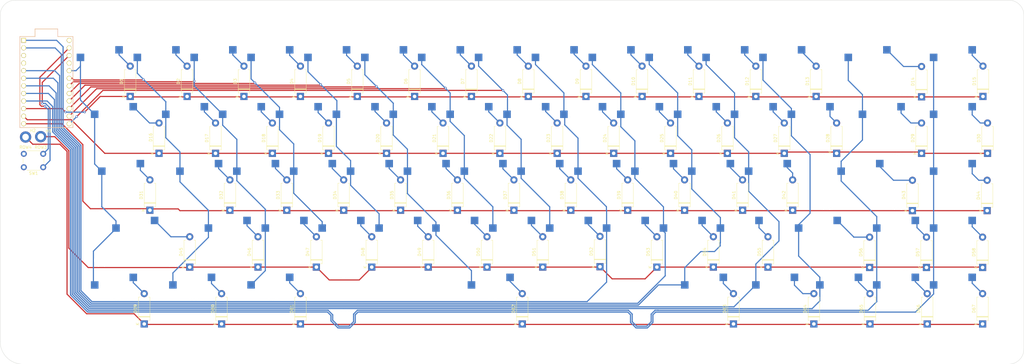
<source format=kicad_pcb>
(kicad_pcb (version 20211014) (generator pcbnew)
  (layers (0 "F.Cu" signal) (31 "B.Cu" signal) (34 "B.Paste" user) (35 "F.Paste" user) (36 "B.SilkS" user "B.Silkscreen") (37 "F.SilkS" user "F.Silkscreen") (38 "B.Mask" user) (39 "F.Mask" user) (44 "Edge.Cuts" user))
  (net 0 "")
  (net 1 "ROW0")
  (net 2 "Net-(D1-Pad2)")
  (net 3 "Net-(D2-Pad2)")
  (net 4 "Net-(D3-Pad2)")
  (net 5 "Net-(D4-Pad2)")
  (net 6 "Net-(D5-Pad2)")
  (net 7 "Net-(D6-Pad2)")
  (net 8 "Net-(D7-Pad2)")
  (net 9 "Net-(D8-Pad2)")
  (net 10 "Net-(D9-Pad2)")
  (net 11 "Net-(D10-Pad2)")
  (net 12 "Net-(D11-Pad2)")
  (net 13 "Net-(D12-Pad2)")
  (net 14 "Net-(D13-Pad2)")
  (net 15 "Net-(D14-Pad2)")
  (net 16 "Net-(D15-Pad2)")
  (net 17 "ROW1")
  (net 18 "Net-(D16-Pad2)")
  (net 19 "Net-(D17-Pad2)")
  (net 20 "Net-(D18-Pad2)")
  (net 21 "Net-(D19-Pad2)")
  (net 22 "Net-(D20-Pad2)")
  (net 23 "Net-(D21-Pad2)")
  (net 24 "Net-(D22-Pad2)")
  (net 25 "Net-(D23-Pad2)")
  (net 26 "Net-(D24-Pad2)")
  (net 27 "Net-(D25-Pad2)")
  (net 28 "Net-(D26-Pad2)")
  (net 29 "Net-(D27-Pad2)")
  (net 30 "Net-(D28-Pad2)")
  (net 31 "Net-(D29-Pad2)")
  (net 32 "Net-(D30-Pad2)")
  (net 33 "ROW2")
  (net 34 "Net-(D31-Pad2)")
  (net 35 "Net-(D32-Pad2)")
  (net 36 "Net-(D33-Pad2)")
  (net 37 "Net-(D34-Pad2)")
  (net 38 "Net-(D35-Pad2)")
  (net 39 "Net-(D36-Pad2)")
  (net 40 "Net-(D37-Pad2)")
  (net 41 "Net-(D38-Pad2)")
  (net 42 "Net-(D39-Pad2)")
  (net 43 "Net-(D40-Pad2)")
  (net 44 "Net-(D41-Pad2)")
  (net 45 "Net-(D42-Pad2)")
  (net 46 "Net-(D43-Pad2)")
  (net 47 "Net-(D44-Pad2)")
  (net 48 "ROW3")
  (net 49 "Net-(D45-Pad2)")
  (net 50 "Net-(D46-Pad2)")
  (net 51 "Net-(D47-Pad2)")
  (net 52 "Net-(D48-Pad2)")
  (net 53 "Net-(D49-Pad2)")
  (net 54 "Net-(D50-Pad2)")
  (net 55 "Net-(D51-Pad2)")
  (net 56 "Net-(D52-Pad2)")
  (net 57 "Net-(D53-Pad2)")
  (net 58 "Net-(D54-Pad2)")
  (net 59 "Net-(D55-Pad2)")
  (net 60 "Net-(D56-Pad2)")
  (net 61 "Net-(D57-Pad2)")
  (net 62 "Net-(D58-Pad2)")
  (net 63 "ROW4")
  (net 64 "Net-(D59-Pad2)")
  (net 65 "Net-(D60-Pad2)")
  (net 66 "Net-(D61-Pad2)")
  (net 67 "Net-(D62-Pad2)")
  (net 68 "Net-(D63-Pad2)")
  (net 69 "Net-(D64-Pad2)")
  (net 70 "Net-(D65-Pad2)")
  (net 71 "Net-(D66-Pad2)")
  (net 72 "Net-(D67-Pad2)")
  (net 74 "COL0")
  (net 75 "COL1")
  (net 76 "COL2")
  (net 77 "COL3")
  (net 78 "COL4")
  (net 79 "COL5")
  (net 80 "COL6")
  (net 81 "COL7")
  (net 82 "COL8")
  (net 83 "COL9")
  (net 84 "COL10")
  (net 85 "COL11")
  (net 86 "COL12")
  (net 87 "COL13")
  (net 88 "COL14")
  (net 92 "Net-(SW1-Pad1)")
  (net 93 "Net-(SW1-Pad2)")
  (footprint "Diode_THT:D_DO-15_P10.16mm_Horizontal" (layer "F.Cu") (at 124.841 131.318 90)
    (fp_text reference "D3")
    (fp_text value "D_Small")
  )
  (footprint "Diode_THT:D_DO-15_P10.16mm_Horizontal" (layer "F.Cu") (at 372.237 207.518 90)
    (fp_text reference "D67")
    (fp_text value "D_Small")
  )
  (footprint "Diode_THT:D_DO-15_P10.16mm_Horizontal" (layer "F.Cu") (at 167.64 188.468 90)
    (fp_text reference "D48")
    (fp_text value "D_Small")
  )
  (footprint "MX_Only:MXOnly-1.5U-Hotswap" (layer "F.Cu") (at 134.3162 196.967)
    (fp_text reference "MX61")
    (fp_text value "MX-NoLED")
  )
  (footprint "MX_Only:MXOnly-1U-Hotswap" (layer "F.Cu") (at 124.7902 139.827)
    (fp_text reference "MX18")
    (fp_text value "MX-NoLED")
  )
  (footprint "Diode_THT:D_DO-15_P10.16mm_Horizontal" (layer "F.Cu") (at 308.61 169.418 90)
    (fp_text reference "D42")
    (fp_text value "D_Small")
  )
  (footprint "MX_Only:MXOnly-1U-Hotswap" (layer "F.Cu") (at 229.5652 120.777)
    (fp_text reference "MX9")
    (fp_text value "MX-NoLED")
  )
  (footprint "MX_Only:MXOnly-1.25U-Hotswap" (layer "F.Cu") (at 108.1262 196.977)
    (fp_text reference "MX60")
    (fp_text value "MX-NoLED")
  )
  (footprint "MX_Only:MXOnly-1U-Hotswap" (layer "F.Cu") (at 143.8402 139.827)
    (fp_text reference "MX19")
    (fp_text value "MX-NoLED")
  )
  (footprint "MX_Only:MXOnly-1U-Hotswap" (layer "F.Cu") (at 315.2902 139.827)
    (fp_text reference "MX28")
    (fp_text value "MX-NoLED")
  )
  (footprint "MX_Only:MXOnly-1U-Hotswap" (layer "F.Cu") (at 205.74 158.877)
    (fp_text reference "MX37")
    (fp_text value "MX-NoLED")
  )
  (footprint "Diode_THT:D_DO-15_P10.16mm_Horizontal" (layer "F.Cu") (at 334.518 207.518 90)
    (fp_text reference "D65")
    (fp_text value "D_Small")
  )
  (footprint "MX_Only:MXOnly-1U-Hotswap" (layer "F.Cu") (at 277.1902 139.827)
    (fp_text reference "MX26")
    (fp_text value "MX-NoLED")
  )
  (footprint "MX_Only:MXOnly-1U-Hotswap" (layer "F.Cu") (at 77.1652 120.777)
    (fp_text reference "MX1")
    (fp_text value "MX-NoLED")
  )
  (footprint "MX_Only:MXOnly-1U-Hotswap" (layer "F.Cu") (at 224.7646 158.877)
    (fp_text reference "MX38")
    (fp_text value "MX-NoLED")
  )
  (footprint "Diode_THT:D_DO-15_P10.16mm_Horizontal" (layer "F.Cu") (at 267.716 150.368 90)
    (fp_text reference "D25")
    (fp_text value "D_Small")
  )
  (footprint "Diode_THT:D_DO-15_P10.16mm_Horizontal" (layer "F.Cu") (at 149.098 188.468 90)
    (fp_text reference "D47")
    (fp_text value "D_Small")
  )
  (footprint "Diode_THT:D_DO-15_P10.16mm_Horizontal" (layer "F.Cu") (at 291.846 169.418 90)
    (fp_text reference "D41")
    (fp_text value "D_Small")
  )
  (footprint "Diode_THT:D_DO-15_P10.16mm_Horizontal" (layer "F.Cu") (at 218.059 207.518 90)
    (fp_text reference "D62")
    (fp_text value "D_Small")
  )
  (footprint "MX_Only:MXOnly-1U-Hotswap" (layer "F.Cu") (at 296.2402 139.827)
    (fp_text reference "MX27")
    (fp_text value "MX-NoLED")
  )
  (footprint "Diode_THT:D_DO-15_P10.16mm_Horizontal" (layer "F.Cu") (at 181.991 131.318 90)
    (fp_text reference "D6")
    (fp_text value "D_Small")
  )
  (footprint "Diode_THT:D_DO-15_P10.16mm_Horizontal" (layer "F.Cu") (at 177.292 169.418 90)
    (fp_text reference "D35")
    (fp_text value "D_Small")
  )
  (footprint "MX_Only:MXOnly-1U-Hotswap" (layer "F.Cu") (at 96.2152 120.777)
    (fp_text reference "MX2")
    (fp_text value "MX-NoLED")
  )
  (footprint "Diode_THT:D_DO-15_P10.16mm_Horizontal" (layer "F.Cu") (at 96.393 150.368 90)
    (fp_text reference "D16")
    (fp_text value "D_Small")
  )
  (footprint "Diode_THT:D_DO-15_P10.16mm_Horizontal" (layer "F.Cu") (at 296.291 131.318 90)
    (fp_text reference "D12")
    (fp_text value "D_Small")
  )
  (footprint "MX_Only:MXOnly-1U-Hotswap" (layer "F.Cu") (at 167.64 158.877)
    (fp_text reference "MX35")
    (fp_text value "MX-NoLED")
  )
  (footprint "Diode_THT:D_DO-15_P10.16mm_Horizontal" (layer "F.Cu") (at 234.315 169.418 90)
    (fp_text reference "D38")
    (fp_text value "D_Small")
  )
  (footprint "Diode_THT:D_DO-15_P10.16mm_Horizontal" (layer "F.Cu") (at 334.391 188.595 90)
    (fp_text reference "D56")
    (fp_text value "D_Small")
  )
  (footprint "MountingHole:MountingHole_2.2mm_M2_DIN965_Pad" (layer "F.Cu") (at 51.689 144.907)
    (fp_text reference "H2")
    (fp_text value "MountingHole_Pad")
  )
  (footprint "MX_Only:MXOnly-1U-Hotswap" (layer "F.Cu") (at 115.2652 120.777)
    (fp_text reference "MX3")
    (fp_text value "MX-NoLED")
  )
  (footprint "MX_Only:MXOnly-2.25U-Hotswap" (layer "F.Cu") (at 331.9526 158.877)
    (fp_text reference "MX43")
    (fp_text value "MX-NoLED")
  )
  (footprint "MX_Only:MXOnly-1U-Hotswap" (layer "F.Cu") (at 281.9146 158.877)
    (fp_text reference "MX41")
    (fp_text value "MX-NoLED")
  )
  (footprint "Diode_THT:D_DO-15_P10.16mm_Horizontal" (layer "F.Cu") (at 186.563 188.468 90)
    (fp_text reference "D49")
    (fp_text value "D_Small")
  )
  (footprint "MX_Only:MXOnly-1U-Hotswap" (layer "F.Cu") (at 191.4652 120.777)
    (fp_text reference "MX7")
    (fp_text value "MX-NoLED")
  )
  (footprint "Diode_THT:D_DO-15_P10.16mm_Horizontal" (layer "F.Cu") (at 263.144 188.468 90)
    (fp_text reference "D53")
    (fp_text value "D_Small")
  )
  (footprint "MX_Only:MXOnly-1U-Hotswap" (layer "F.Cu") (at 139.0812 177.927)
    (fp_text reference "MX47")
    (fp_text value "MX-NoLED")
  )
  (footprint "Diode_THT:D_DO-15_P10.16mm_Horizontal" (layer "F.Cu") (at 348.742 169.545 90)
    (fp_text reference "D43")
    (fp_text value "D_Small")
  )
  (footprint "MX_Only:MXOnly-1U-Hotswap" (layer "F.Cu") (at 343.8652 196.977)
    (fp_text reference "MX66")
    (fp_text value "MX-NoLED")
  )
  (footprint "Diode_THT:D_DO-15_P10.16mm_Horizontal" (layer "F.Cu") (at 106.68 188.468 90)
    (fp_text reference "D45")
    (fp_text value "D_Small")
  )
  (footprint "Diode_THT:D_DO-15_P10.16mm_Horizontal" (layer "F.Cu") (at 115.316 150.368 90)
    (fp_text reference "D17")
    (fp_text value "D_Small")
  )
  (footprint "MX_Only:MXOnly-1U-Hotswap" (layer "F.Cu") (at 153.3652 120.777)
    (fp_text reference "MX5")
    (fp_text value "MX-NoLED")
  )
  (footprint "MX_Only:MXOnly-1U-Hotswap" (layer "F.Cu") (at 110.49 158.877)
    (fp_text reference "MX32")
    (fp_text value "MX-NoLED")
  )
  (footprint "MX_Only:MXOnly-1U-Hotswap" (layer "F.Cu") (at 272.4412 177.927)
    (fp_text reference "MX54")
    (fp_text value "MX-NoLED")
  )
  (footprint "MX_Only:MXOnly-6.25U-Hotswap" (layer "F.Cu") (at 208.1262 196.986)
    (fp_text reference "MX62")
    (fp_text value "MX-NoLED")
  )
  (footprint "Diode_THT:D_DO-15_P10.16mm_Horizontal" (layer "F.Cu") (at 201.041 131.318 90)
    (fp_text reference "D7")
    (fp_text value "D_Small")
  )
  (footprint "Diode_THT:D_DO-15_P10.16mm_Horizontal" (layer "F.Cu") (at 93.345 169.418 90)
    (fp_text reference "D31")
    (fp_text value "D_Small")
  )
  (footprint "Diode_THT:D_DO-15_P10.16mm_Horizontal" (layer "F.Cu") (at 372.237 188.595 90)
    (fp_text reference "D58")
    (fp_text value "D_Small")
  )
  (footprint "MX_Only:MXOnly-1U-Hotswap" (layer "F.Cu") (at 181.9402 139.827)
    (fp_text reference "MX21")
    (fp_text value "MX-NoLED")
  )
  (footprint "Diode_THT:D_DO-15_P10.16mm_Horizontal" (layer "F.Cu") (at 129.54 188.468 90)
    (fp_text reference "D46")
    (fp_text value "D_Small")
  )
  (footprint "Diode_THT:D_DO-15_P10.16mm_Horizontal" (layer "F.Cu") (at 143.764 131.318 90)
    (fp_text reference "D4")
    (fp_text value "D_Small")
  )
  (footprint "Diode_THT:D_DO-15_P10.16mm_Horizontal" (layer "F.Cu") (at 215.265 169.418 90)
    (fp_text reference "D37")
    (fp_text value "D_Small")
  )
  (footprint "MX_Only:MXOnly-1U-Hotswap" (layer "F.Cu") (at 162.8902 139.827)
    (fp_text reference "MX20")
    (fp_text value "MX-NoLED")
  )
  (footprint "Diode_THT:D_DO-15_P10.16mm_Horizontal" (layer "F.Cu") (at 253.365 169.418 90)
    (fp_text reference "D39")
    (fp_text value "D_Small")
  )
  (footprint "Diode_THT:D_DO-15_P10.16mm_Horizontal" (layer "F.Cu") (at 220.091 131.318 90)
    (fp_text reference "D8")
    (fp_text value "D_Small")
  )
  (footprint "Diode_THT:D_DO-15_P10.16mm_Horizontal" (layer "F.Cu") (at 162.814 131.318 90)
    (fp_text reference "D5")
    (fp_text value "D_Small")
  )
  (footprint "Diode_THT:D_DO-15_P10.16mm_Horizontal" (layer "F.Cu") (at 372.364 131.318 90)
    (fp_text reference "D15")
    (fp_text value "D_Small")
  )
  (footprint "MX_Only:MXOnly-2U-Hotswap" (layer "F.Cu") (at 334.3402 120.777)
    (fp_text reference "MX14")
    (fp_text value "MX-NoLED")
  )
  (footprint "Diode_THT:D_DO-15_P10.16mm_Horizontal" (layer "F.Cu") (at 139.192 169.418 90)
    (fp_text reference "D33")
    (fp_text value "D_Small")
  )
  (footprint "MX_Only:MXOnly-1U-Hotswap" (layer "F.Cu") (at 248.6152 120.777)
    (fp_text reference "MX10")
    (fp_text value "MX-NoLED")
  )
  (footprint "Diode_THT:D_DO-15_P10.16mm_Horizontal" (layer "F.Cu") (at 224.917 188.468 90)
    (fp_text reference "D51")
    (fp_text value "D_Small")
  )
  (footprint "Diode_THT:D_DO-15_P10.16mm_Horizontal" (layer "F.Cu") (at 134.366 150.368 90)
    (fp_text reference "D18")
    (fp_text value "D_Small")
  )
  (footprint "Diode_THT:D_DO-15_P10.16mm_Horizontal" (layer "F.Cu") (at 258.191 131.318 90)
    (fp_text reference "D10")
    (fp_text value "D_Small")
  )
  (footprint "MX_Only:MXOnly-1U-Hotswap" (layer "F.Cu") (at 234.3362 177.927)
    (fp_text reference "MX52")
    (fp_text value "MX-NoLED")
  )
  (footprint "MX_Only:MXOnly-1U-Hotswap" (layer "F.Cu") (at 362.9152 120.777)
    (fp_text reference "MX15")
    (fp_text value "MX-NoLED")
  )
  (footprint "Diode_THT:D_DO-15_P10.16mm_Horizontal" (layer "F.Cu") (at 300.355 188.468 90)
    (fp_text reference "D55")
    (fp_text value "D_Small")
  )
  (footprint "MX_Only:MXOnly-1U-Hotswap" (layer "F.Cu") (at 243.8146 158.877)
    (fp_text reference "MX39")
    (fp_text value "MX-NoLED")
  )
  (footprint "MX_Only:MXOnly-1U-Hotswap" (layer "F.Cu") (at 362.9152 139.827)
    (fp_text reference "MX30")
    (fp_text value "MX-NoLED")
  )
  (footprint "Diode_THT:D_DO-15_P10.16mm_Horizontal" (layer "F.Cu") (at 351.79 150.368 90)
    (fp_text reference "D29")
    (fp_text value "D_Small")
  )
  (footprint "MX_Only:MXOnly-1U-Hotswap" (layer "F.Cu") (at 210.5152 120.777)
    (fp_text reference "MX8")
    (fp_text value "MX-NoLED")
  )
  (footprint "MX_Only:MXOnly-1U-Hotswap" (layer "F.Cu") (at 148.59 158.877)
    (fp_text reference "MX34")
    (fp_text value "MX-NoLED")
  )
  (footprint "Diode_THT:D_DO-15_P10.16mm_Horizontal" (layer "F.Cu") (at 286.766 150.368 90)
    (fp_text reference "D26")
    (fp_text value "D_Small")
  )
  (footprint "Diode_THT:D_DO-15_P10.16mm_Horizontal" (layer "F.Cu") (at 105.791 131.318 90)
    (fp_text reference "D2")
    (fp_text value "D_Small")
  )
  (footprint "MX_Only:MXOnly-1U-Hotswap" (layer "F.Cu") (at 172.4152 120.777)
    (fp_text reference "MX6")
    (fp_text value "MX-NoLED")
  )
  (footprint "Diode_THT:D_DO-15_P10.16mm_Horizontal" (layer "F.Cu") (at 282.067 188.468 90)
    (fp_text reference "D54")
    (fp_text value "D_Small")
  )
  (footprint "MX_Only:MXOnly-1U-Hotswap" (layer "F.Cu") (at 267.6652 120.777)
    (fp_text reference "MX11")
    (fp_text value "MX-NoLED")
  )
  (footprint "Diode_THT:D_DO-15_P10.16mm_Horizontal" (layer "F.Cu") (at 117.348 207.518 90)
    (fp_text reference "D60")
    (fp_text value "D_Small")
  )
  (footprint "MX_Only:MXOnly-1.5U-Hotswap" (layer "F.Cu") (at 339.09 139.827)
    (fp_text reference "MX29")
    (fp_text value "MX-NoLED")
  )
  (footprint "Diode_THT:D_DO-15_P10.16mm_Horizontal" (layer "F.Cu") (at 239.395 131.318 90)
    (fp_text reference "D9")
    (fp_text value "D_Small")
  )
  (footprint "MX_Only:MXOnly-1.5U-Hotswap" (layer "F.Cu") (at 81.915 139.827)
    (fp_text reference "MX16")
    (fp_text value "MX-NoLED")
  )
  (footprint "Diode_THT:D_DO-15_P10.16mm_Horizontal" (layer "F.Cu") (at 86.741 131.318 90)
    (fp_text reference "D1")
    (fp_text value "D_Small")
  )
  (footprint "MX_Only:MXOnly-1U-Hotswap" (layer "F.Cu") (at 262.8646 158.877)
    (fp_text reference "MX40")
    (fp_text value "MX-NoLED")
  )
  (footprint "MX_Only:MXOnly-1.75U-Hotswap" (layer "F.Cu") (at 84.3026 158.877)
    (fp_text reference "MX31")
    (fp_text value "MX-NoLED")
  )
  (footprint "Diode_THT:D_DO-15_P10.16mm_Horizontal" (layer "F.Cu") (at 353.695 207.518 90)
    (fp_text reference "D66")
    (fp_text value "D_Small")
  )
  (footprint "Diode_THT:D_DO-15_P10.16mm_Horizontal" (layer "F.Cu") (at 373.888 150.368 90)
    (fp_text reference "D30")
    (fp_text value "D_Small")
  )
  (footprint "MX_Only:MXOnly-1U-Hotswap" (layer "F.Cu") (at 220.0402 139.827)
    (fp_text reference "MX23")
    (fp_text value "MX-NoLED")
  )
  (footprint "Diode_THT:D_DO-15_P10.16mm_Horizontal" (layer "F.Cu") (at 323.342 150.368 90)
    (fp_text reference "D28")
    (fp_text value "D_Small")
  )
  (footprint "MX_Only:MXOnly-1U-Hotswap" (layer "F.Cu") (at 286.7152 120.777)
    (fp_text reference "MX12")
    (fp_text value "MX-NoLED")
  )
  (footprint "MX_Only:MXOnly-1U-Hotswap" (layer "F.Cu") (at 134.3152 120.777)
    (fp_text reference "MX4")
    (fp_text value "MX-NoLED")
  )
  (footprint "MX_Only:MXOnly-1.25U-Hotswap" (layer "F.Cu") (at 303.3762 196.977)
    (fp_text reference "MX64")
    (fp_text value "MX-NoLED")
  )
  (footprint "MountingHole:MountingHole_2.2mm_M2_DIN965_Pad" (layer "F.Cu") (at 56.769 144.78)
    (fp_text reference "H1")
    (fp_text value "MountingHole_Pad")
  )
  (footprint "Diode_THT:D_DO-15_P10.16mm_Horizontal" (layer "F.Cu") (at 315.722 207.518 90)
    (fp_text reference "D64")
    (fp_text value "D_Small")
  )
  (footprint "MX_Only:MXOnly-1U-Hotswap" (layer "F.Cu") (at 362.9152 196.977)
    (fp_text reference "MX67")
    (fp_text value "MX-NoLED")
  )
  (footprint "Diode_THT:D_DO-15_P10.16mm_Horizontal" (layer "F.Cu") (at 143.764 207.518 90)
    (fp_text reference "D61")
    (fp_text value "D_Small")
  )
  (footprint "MX_Only:MXOnly-1U-Hotswap" (layer "F.Cu") (at 300.9646 158.877)
    (fp_text reference "MX42")
    (fp_text value "MX-NoLED")
  )
  (footprint "MX_Only:MXOnly-1U-Hotswap" (layer "F.Cu") (at 324.8152 196.977)
    (fp_text reference "MX65")
    (fp_text value "MX-NoLED")
  )
  (footprint "Diode_THT:D_DO-15_P10.16mm_Horizontal" (layer "F.Cu") (at 353.441 188.595 90)
    (fp_text reference "D57")
    (fp_text value "D_Small")
  )
  (footprint "Diode_THT:D_DO-15_P10.16mm_Horizontal" (layer "F.Cu") (at 373.761 169.545 90)
    (fp_text reference "D44")
    (fp_text value "D_Small")
  )
  (footprint "MX_Only:MXOnly-1U-Hotswap" (layer "F.Cu") (at 215.2862 177.927)
    (fp_text reference "MX51")
    (fp_text value "MX-NoLED")
  )
  (footprint "Diode_THT:D_DO-15_P10.16mm_Horizontal" (layer "F.Cu") (at 158.242 169.418 90)
    (fp_text reference "D34")
    (fp_text value "D_Small")
  )
  (footprint "MX_Only:MXOnly-1U-Hotswap" (layer "F.Cu") (at 120.0262 177.926)
    (fp_text reference "MX46")
    (fp_text value "MX-NoLED")
  )
  (footprint "Diode_THT:D_DO-15_P10.16mm_Horizontal" (layer "F.Cu") (at 272.415 169.418 90)
    (fp_text reference "D40")
    (fp_text value "D_Small")
  )
  (footprint "MX_Only:MXOnly-1U-Hotswap" (layer "F.Cu") (at 200.9902 139.827)
    (fp_text reference "MX22")
    (fp_text value "MX-NoLED")
  )
  (footprint "MX_Only:MXOnly-1U-Hotswap" (layer "F.Cu") (at 253.3862 177.927)
    (fp_text reference "MX53")
    (fp_text value "MX-NoLED")
  )
  (footprint "MX_Only:MXOnly-1U-Hotswap" (layer "F.Cu") (at 105.7402 139.827)
    (fp_text reference "MX17")
    (fp_text value "MX-NoLED")
  )
  (footprint "MX_Only:MXOnly-1U-Hotswap" (layer "F.Cu") (at 186.69 158.877)
    (fp_text reference "MX36")
    (fp_text value "MX-NoLED")
  )
  (footprint "MX_Only:MXOnly-1U-Hotswap" (layer "F.Cu") (at 305.7652 120.777)
    (fp_text reference "MX13")
    (fp_text value "MX-NoLED")
  )
  (footprint "MX_Only:MXOnly-1U-Hotswap" (layer "F.Cu") (at 196.2362 177.927)
    (fp_text reference "MX50")
    (fp_text value "MX-NoLED")
  )
  (footprint "Diode_THT:D_DO-15_P10.16mm_Horizontal" (layer "F.Cu") (at 229.743 150.368 90)
    (fp_text reference "D23")
    (fp_text value "D_Small")
  )
  (footprint "MX_Only:MXOnly-2.25U-Hotswap" (layer "F.Cu") (at 89.0662 177.926)
    (fp_text reference "MX45")
    (fp_text value "MX-NoLED")
  )
  (footprint "MX_Only:MXOnly-1U-Hotswap" (layer "F.Cu") (at 362.9152 177.927)
    (fp_text reference "MX58")
    (fp_text value "MX-NoLED")
  )
  (footprint "Diode_THT:D_DO-15_P10.16mm_Horizontal" (layer "F.Cu") (at 351.79 131.445 90)
    (fp_text reference "D14")
    (fp_text value "D_Small")
  )
  (footprint "Diode_THT:D_DO-15_P10.16mm_Horizontal" (layer "F.Cu") (at 316.484 131.318 90)
    (fp_text reference "D13")
    (fp_text value "D_Small")
  )
  (footprint "Diode_THT:D_DO-15_P10.16mm_Horizontal" (layer "F.Cu") (at 305.816 150.368 90)
    (fp_text reference "D27")
    (fp_text value "D_Small")
  )
  (footprint "Diode_THT:D_DO-15_P10.16mm_Horizontal" (layer "F.Cu") (at 153.162 150.368 90)
    (fp_text reference "D19")
    (fp_text value "D_Small")
  )
  (footprint "MX_Only:MXOnly-1.75U-Hotswap" (layer "F.Cu") (at 317.7032 177.927)
    (fp_text reference "MX56")
    (fp_text value "MX-NoLED")
  )
  (footprint "Diode_THT:D_DO-15_P10.16mm_Horizontal" (layer "F.Cu") (at 288.798 207.518 90)
    (fp_text reference "D63")
    (fp_text value "D_Small")
  )
  (footprint "Diode_THT:D_DO-15_P10.16mm_Horizontal" (layer "F.Cu") (at 196.342 169.418 90)
    (fp_text reference "D36")
    (fp_text value "D_Small")
  )
  (footprint "MX_Only:MXOnly-1U-Hotswap" (layer "F.Cu") (at 158.1362 177.927)
    (fp_text reference "MX48")
    (fp_text value "MX-NoLED")
  )
  (footprint "MX_Only:MXOnly-1U-Hotswap" (layer "F.Cu") (at 239.0902 139.827)
    (fp_text reference "MX24")
    (fp_text value "MX-NoLED")
  )
  (footprint "MX_Only:MXOnly-1U-Hotswap" (layer "F.Cu") (at 343.8652 177.927)
    (fp_text reference "MX57")
    (fp_text value "MX-NoLED")
  )
  (footprint "MX_Only:MXOnly-1.25U-Hotswap" (layer "F.Cu") (at 279.5562 196.977)
    (fp_text reference "MX63")
    (fp_text value "MX-NoLED")
  )
  (footprint "MX_Only:MXOnly-1U-Hotswap" (layer "F.Cu") (at 177.1862 177.927)
    (fp_text reference "MX49")
    (fp_text value "MX-NoLED")
  )
  (footprint "promicro:ProMicro" (layer "F.Cu") (at 58.674 126.492 -90)
    (fp_text reference "U1" hide)
    (fp_text value "ProMicro")
  )
  (footprint "Diode_THT:D_DO-15_P10.16mm_Horizontal" (layer "F.Cu") (at 244.094 188.341 90)
    (fp_text reference "D52")
    (fp_text value "D_Small")
  )
  (footprint "MX_Only:MXOnly-1U-Hotswap" (layer "F.Cu") (at 129.54 158.877)
    (fp_text reference "MX33")
    (fp_text value "MX-NoLED")
  )
  (footprint "Diode_THT:D_DO-15_P10.16mm_Horizontal" (layer "F.Cu") (at 206.248 188.468 90)
    (fp_text reference "D50")
    (fp_text value "D_Small")
  )
  (footprint "MX_Only:MXOnly-1U-Hotswap" (layer "F.Cu") (at 291.5062 177.926)
    (fp_text reference "MX55")
    (fp_text value "MX-NoLED")
  )
  (footprint "Diode_THT:D_DO-15_P10.16mm_Horizontal" (layer "F.Cu") (at 91.44 207.518 90)
    (fp_text reference "D59")
    (fp_text value "D_Small")
  )
  (footprint "Diode_THT:D_DO-15_P10.16mm_Horizontal" (layer "F.Cu") (at 191.516 150.368 90)
    (fp_text reference "D21")
    (fp_text value "D_Small")
  )
  (footprint "MX_Only:MXOnly-1U-Hotswap" (layer "F.Cu") (at 362.9152 158.877)
    (fp_text reference "MX44")
    (fp_text value "MX-NoLED")
  )
  (footprint "Diode_THT:D_DO-15_P10.16mm_Horizontal" (layer "F.Cu") (at 172.593 150.368 90)
    (fp_text reference "D20")
    (fp_text value "D_Small")
  )
  (footprint "Diode_THT:D_DO-15_P10.16mm_Horizontal" (layer "F.Cu") (at 120.142 169.418 90)
    (fp_text reference "D32")
    (fp_text value "D_Small")
  )
  (footprint "Diode_THT:D_DO-15_P10.16mm_Horizontal" (layer "F.Cu") (at 248.666 150.368 90)
    (fp_text reference "D24")
    (fp_text value "D_Small")
  )
  (footprint "Button_Switch_THT:SW_PUSH_6mm" (layer "F.Cu") (at 57.606 155.031 180)
    (fp_text reference "SW1")
    (fp_text value "SW_Push")
  )
  (footprint "Diode_THT:D_DO-15_P10.16mm_Horizontal" (layer "F.Cu") (at 210.566 150.368 90)
    (fp_text reference "D22")
    (fp_text value "D_Small")
  )
  (footprint "Diode_THT:D_DO-15_P10.16mm_Horizontal" (layer "F.Cu") (at 277.241 131.318 90)
    (fp_text reference "D11")
    (fp_text value "D_Small")
  )
  (footprint "MX_Only:MXOnly-1.5U-Hotswap" (layer "F.Cu") (at 81.9262 196.994)
    (fp_text reference "MX59")
    (fp_text value "MX-NoLED")
  )
  (footprint "MX_Only:MXOnly-1U-Hotswap" (layer "F.Cu") (at 258.1402 139.827)
    (fp_text reference "MX25")
    (fp_text value "MX-NoLED")
  )
  (gr_line (start 48.26 99.06) (end 381 99.06) (layer "Edge.Cuts") (width 0.1))
  (gr_arc (start 386.08 215.9) (mid 384.592102 219.492102) (end 381 220.98) (layer "Edge.Cuts") (width 0.1))
  (gr_line (start 381 220.98) (end 50.8 220.98) (layer "Edge.Cuts") (width 0.1))
  (gr_arc (start 43.18 104.14) (mid 44.667898 100.547898) (end 48.26 99.06) (layer "Edge.Cuts") (width 0.1))
  (gr_arc (start 50.8 220.98) (mid 45.411846 218.748154) (end 43.18 213.36) (layer "Edge.Cuts") (width 0.1))
  (gr_arc (start 381 99.06) (mid 384.592102 100.547898) (end 386.08 104.14) (layer "Edge.Cuts") (width 0.1))
  (gr_line (start 386.08 104.14) (end 386.08 215.9) (layer "Edge.Cuts") (width 0.1))
  (gr_line (start 43.18 104.14) (end 43.18 213.36) (layer "Edge.Cuts") (width 0.1))
  (gr_text "ROW4" (at 51.689 148.336) (layer "F.SilkS") (effects (font (size 1 1))))
  (gr_text "ROW3" (at 56.769 148.336) (layer "F.SilkS") (effects (font (size 1 1))))
  (segment (start 63.909 135.382) (end 51.054 135.382) (width 0.381) (layer "F.Cu") (net 1))
  (segment (start 76.708 131.318) (end 71.501 136.525) (width 0.381) (layer "F.Cu") (net 1))
  (segment (start 372.215599 131.466401) (end 372.364 131.318) (width 0.381) (layer "F.Cu") (net 1))
  (segment (start 86.741 131.318) (end 86.889401 131.466401) (width 0.381) (layer "F.Cu") (net 1))
  (segment (start 86.741 131.318) (end 76.708 131.318) (width 0.381) (layer "F.Cu") (net 1))
  (segment (start 65.052 136.525) (end 63.909 135.382) (width 0.381) (layer "F.Cu") (net 1))
  (segment (start 86.889401 131.466401) (end 372.215599 131.466401) (width 0.381) (layer "F.Cu") (net 1))
  (via (at 65.052 136.525) (size 0.8) (drill 0.4) (layers "F.Cu" "B.Cu") (net 1))
  (via (at 71.501 136.525) (size 0.8) (drill 0.4) (layers "F.Cu" "B.Cu") (net 1))
  (segment (start 65.0995 136.5725) (end 65.052 136.525) (width 0.381) (layer "B.Cu") (net 1))
  (segment (start 71.4535 136.5725) (end 65.0995 136.5725) (width 0.381) (layer "B.Cu") (net 1))
  (segment (start 71.501 136.525) (end 71.4535 136.5725) (width 0.381) (layer "B.Cu") (net 1))
  (segment (start 83.0072 115.697) (end 83.0072 117.4242) (width 0.381) (layer "B.Cu") (net 2))
  (segment (start 83.0072 117.4242) (end 86.741 121.158) (width 0.381) (layer "B.Cu") (net 2))
  (segment (start 102.0572 117.4242) (end 105.791 121.158) (width 0.381) (layer "B.Cu") (net 3))
  (segment (start 102.0572 115.697) (end 102.0572 117.4242) (width 0.381) (layer "B.Cu") (net 3))
  (segment (start 121.1072 117.4242) (end 124.841 121.158) (width 0.381) (layer "B.Cu") (net 4))
  (segment (start 121.1072 115.697) (end 121.1072 117.4242) (width 0.381) (layer "B.Cu") (net 4))
  (segment (start 140.1572 115.697) (end 140.1572 117.5512) (width 0.381) (layer "B.Cu") (net 5))
  (segment (start 140.1572 117.5512) (end 143.764 121.158) (width 0.381) (layer "B.Cu") (net 5))
  (segment (start 159.2072 117.5512) (end 162.814 121.158) (width 0.381) (layer "B.Cu") (net 6))
  (segment (start 159.2072 115.697) (end 159.2072 117.5512) (width 0.381) (layer "B.Cu") (net 6))
  (segment (start 178.2572 117.4242) (end 181.991 121.158) (width 0.381) (layer "B.Cu") (net 7))
  (segment (start 178.2572 115.697) (end 178.2572 117.4242) (width 0.381) (layer "B.Cu") (net 7))
  (segment (start 197.3072 117.4242) (end 201.041 121.158) (width 0.381) (layer "B.Cu") (net 8))
  (segment (start 197.3072 115.697) (end 197.3072 117.4242) (width 0.381) (layer "B.Cu") (net 8))
  (segment (start 216.3572 117.4242) (end 220.091 121.158) (width 0.381) (layer "B.Cu") (net 9))
  (segment (start 216.3572 115.697) (end 216.3572 117.4242) (width 0.381) (layer "B.Cu") (net 9))
  (segment (start 235.4072 115.697) (end 235.4072 117.1702) (width 0.381) (layer "B.Cu") (net 10))
  (segment (start 235.4072 117.1702) (end 239.395 121.158) (width 0.381) (layer "B.Cu") (net 10))
  (segment (start 254.4572 117.4242) (end 258.191 121.158) (width 0.381) (layer "B.Cu") (net 11))
  (segment (start 254.4572 115.697) (end 254.4572 117.4242) (width 0.381) (layer "B.Cu") (net 11))
  (segment (start 273.5072 115.697) (end 273.5072 117.4242) (width 0.381) (layer "B.Cu") (net 12))
  (segment (start 273.5072 117.4242) (end 277.241 121.158) (width 0.381) (layer "B.Cu") (net 12))
  (segment (start 292.5572 117.4242) (end 296.291 121.158) (width 0.381) (layer "B.Cu") (net 13))
  (segment (start 292.5572 115.697) (end 292.5572 117.4242) (width 0.381) (layer "B.Cu") (net 13))
  (segment (start 311.6072 116.2812) (end 316.484 121.158) (width 0.381) (layer "B.Cu") (net 14))
  (segment (start 311.6072 115.697) (end 311.6072 116.2812) (width 0.381) (layer "B.Cu") (net 14))
  (segment (start 340.1822 115.697) (end 345.7702 121.285) (width 0.381) (layer "B.Cu") (net 15))
  (segment (start 345.7702 121.285) (end 351.79 121.285) (width 0.381) (layer "B.Cu") (net 15))
  (segment (start 368.7572 115.697) (end 368.7572 117.5512) (width 0.381) (layer "B.Cu") (net 16))
  (segment (start 368.7572 117.5512) (end 372.364 121.158) (width 0.381) (layer "B.Cu") (net 16))
  (segment (start 153.162 150.368) (end 229.743 150.368) (width 0.381) (layer "F.Cu") (net 17))
  (segment (start 323.342 150.368) (end 323.782501 149.927499) (width 0.381) (layer "F.Cu") (net 17))
  (segment (start 229.743 150.368) (end 305.816 150.368) (width 0.381) (layer "F.Cu") (net 17))
  (segment (start 66.9765 139.1125) (end 78.232 150.368) (width 0.381) (layer "F.Cu") (net 17))
  (segment (start 306.256501 149.927499) (end 322.901499 149.927499) (width 0.381) (layer "F.Cu") (net 17))
  (segment (start 323.782501 149.927499) (end 351.349499 149.927499) (width 0.381) (layer "F.Cu") (net 17))
  (segment (start 52.2445 139.1125) (end 66.9765 139.1125) (width 0.381) (layer "F.Cu") (net 17))
  (segment (start 373.888 150.368) (end 351.79 150.368) (width 0.381) (layer "F.Cu") (net 17))
  (segment (start 96.393 150.368) (end 153.162 150.368) (width 0.381) (layer "F.Cu") (net 17))
  (segment (start 322.901499 149.927499) (end 323.342 150.368) (width 0.381) (layer "F.Cu") (net 17))
  (segment (start 351.349499 149.927499) (end 351.79 150.368) (width 0.381) (layer "F.Cu") (net 17))
  (segment (start 305.816 150.368) (end 306.256501 149.927499) (width 0.381) (layer "F.Cu") (net 17))
  (segment (start 78.232 150.368) (end 96.393 150.368) (width 0.381) (layer "F.Cu") (net 17))
  (segment (start 51.054 137.922) (end 52.2445 139.1125) (width 0.381) (layer "F.Cu") (net 17))
  (segment (start 96.393 140.208) (end 93.218 140.208) (width 0.381) (layer "B.Cu") (net 18))
  (segment (start 93.218 140.208) (end 87.757 134.747) (width 0.381) (layer "B.Cu") (net 18))
  (segment (start 111.5822 134.747) (end 111.5822 136.4742) (width 0.381) (layer "B.Cu") (net 19))
  (segment (start 111.5822 136.4742) (end 115.316 140.208) (width 0.381) (layer "B.Cu") (net 19))
  (segment (start 130.6322 134.747) (end 130.6322 136.4742) (width 0.381) (layer "B.Cu") (net 20))
  (segment (start 130.6322 136.4742) (end 134.366 140.208) (width 0.381) (layer "B.Cu") (net 20))
  (segment (start 149.6822 134.747) (end 149.6822 136.7282) (width 0.381) (layer "B.Cu") (net 21))
  (segment (start 149.6822 136.7282) (end 153.162 140.208) (width 0.381) (layer "B.Cu") (net 21))
  (segment (start 168.7322 136.3472) (end 172.593 140.208) (width 0.381) (layer "B.Cu") (net 22))
  (segment (start 168.7322 134.747) (end 168.7322 136.3472) (width 0.381) (layer "B.Cu") (net 22))
  (segment (start 187.7822 134.747) (end 187.7822 136.4742) (width 0.381) (layer "B.Cu") (net 23))
  (segment (start 187.7822 136.4742) (end 191.516 140.208) (width 0.381) (layer "B.Cu") (net 23))
  (segment (start 206.8322 134.747) (end 206.8322 136.4742) (width 0.381) (layer "B.Cu") (net 24))
  (segment (start 206.8322 136.4742) (end 210.566 140.208) (width 0.381) (layer "B.Cu") (net 24))
  (segment (start 225.8822 136.3472) (end 229.743 140.208) (width 0.381) (layer "B.Cu") (net 25))
  (segment (start 225.8822 134.747) (end 225.8822 136.3472) (width 0.381) (layer "B.Cu") (net 25))
  (segment (start 244.9322 134.747) (end 244.9322 136.4742) (width 0.381) (layer "B.Cu") (net 26))
  (segment (start 244.9322 136.4742) (end 248.666 140.208) (width 0.381) (layer "B.Cu") (net 26))
  (segment (start 263.9822 136.4742) (end 267.716 140.208) (width 0.381) (layer "B.Cu") (net 27))
  (segment (start 263.9822 134.747) (end 263.9822 136.4742) (width 0.381) (layer "B.Cu") (net 27))
  (segment (start 283.0322 134.747) (end 283.0322 136.4742) (width 0.381) (layer "B.Cu") (net 28))
  (segment (start 283.0322 136.4742) (end 286.766 140.208) (width 0.381) (layer "B.Cu") (net 28))
  (segment (start 302.0822 136.4742) (end 305.816 140.208) (width 0.381) (layer "B.Cu") (net 29))
  (segment (start 302.0822 134.747) (end 302.0822 136.4742) (width 0.381) (layer "B.Cu") (net 29))
  (segment (start 321.1322 137.9982) (end 323.342 140.208) (width 0.381) (layer "B.Cu") (net 30))
  (segment (start 321.1322 134.747) (end 321.1322 137.9982) (width 0.381) (layer "B.Cu") (net 30))
  (segment (start 348.234 140.208) (end 351.79 140.208) (width 0.381) (layer "B.Cu") (net 31))
  (segment (start 344.932 134.747) (end 344.932 136.906) (width 0.381) (layer "B.Cu") (net 31))
  (segment (start 344.932 136.906) (end 348.234 140.208) (width 0.381) (layer "B.Cu") (net 31))
  (segment (start 368.7572 137.4902) (end 371.475 140.208) (width 0.381) (layer "B.Cu") (net 32))
  (segment (start 368.7572 134.747) (end 368.7572 137.4902) (width 0.381) (layer "B.Cu") (net 32))
  (segment (start 371.475 140.208) (end 373.888 140.208) (width 0.381) (layer "B.Cu") (net 32))
  (segment (start 92.837 168.91) (end 73.406 168.91) (width 0.381) (layer "F.Cu") (net 33))
  (segment (start 70.866 166.37) (end 70.866 147.447) (width 0.381) (layer "F.Cu") (net 33))
  (segment (start 373.761 169.545) (end 373.739599 169.566401) (width 0.381) (layer "F.Cu") (net 33))
  (segment (start 93.345 169.418) (end 92.837 168.91) (width 0.381) (layer "F.Cu") (net 33))
  (segment (start 103.399401 169.566401) (end 102.809499 168.976499) (width 0.381) (layer "F.Cu") (net 33))
  (segment (start 70.866 147.447) (end 63.881 140.462) (width 0.381) (layer "F.Cu") (net 33))
  (segment (start 93.786501 168.976499) (end 93.345 169.418) (width 0.381) (layer "F.Cu") (net 33))
  (segment (start 73.406 168.91) (end 70.866 166.37) (width 0.381) (layer "F.Cu") (net 33))
  (segment (start 63.881 140.462) (end 51.054 140.462) (width 0.381) (layer "F.Cu") (net 33))
  (segment (start 373.739599 169.566401) (end 103.399401 169.566401) (width 0.381) (layer "F.Cu") (net 33))
  (segment (start 102.809499 168.976499) (end 93.786501 168.976499) (width 0.381) (layer "F.Cu") (net 33))
  (segment (start 90.1446 153.797) (end 90.1446 156.0576) (width 0.381) (layer "B.Cu") (net 34))
  (segment (start 90.1446 156.0576) (end 93.345 159.258) (width 0.381) (layer "B.Cu") (net 34))
  (segment (start 116.332 153.797) (end 116.332 155.448) (width 0.381) (layer "B.Cu") (net 35))
  (segment (start 116.332 155.448) (end 120.142 159.258) (width 0.381) (layer "B.Cu") (net 35))
  (segment (start 135.382 155.448) (end 139.192 159.258) (width 0.381) (layer "B.Cu") (net 36))
  (segment (start 135.382 153.797) (end 135.382 155.448) (width 0.381) (layer "B.Cu") (net 36))
  (segment (start 154.432 155.448) (end 158.242 159.258) (width 0.381) (layer "B.Cu") (net 37))
  (segment (start 154.432 153.797) (end 154.432 155.448) (width 0.381) (layer "B.Cu") (net 37))
  (segment (start 173.482 155.448) (end 177.292 159.258) (width 0.381) (layer "B.Cu") (net 38))
  (segment (start 173.482 153.797) (end 173.482 155.448) (width 0.381) (layer "B.Cu") (net 38))
  (segment (start 192.532 153.797) (end 192.532 155.448) (width 0.381) (layer "B.Cu") (net 39))
  (segment (start 192.532 155.448) (end 196.342 159.258) (width 0.381) (layer "B.Cu") (net 39))
  (segment (start 211.582 155.575) (end 215.265 159.258) (width 0.381) (layer "B.Cu") (net 40))
  (segment (start 211.582 153.797) (end 211.582 155.575) (width 0.381) (layer "B.Cu") (net 40))
  (segment (start 230.6066 155.5496) (end 234.315 159.258) (width 0.381) (layer "B.Cu") (net 41))
  (segment (start 230.6066 153.797) (end 230.6066 155.5496) (width 0.381) (layer "B.Cu") (net 41))
  (segment (start 249.6566 155.5496) (end 253.365 159.258) (width 0.381) (layer "B.Cu") (net 42))
  (segment (start 249.6566 153.797) (end 249.6566 155.5496) (width 0.381) (layer "B.Cu") (net 42))
  (segment (start 268.7066 153.797) (end 268.7066 155.5496) (width 0.381) (layer "B.Cu") (net 43))
  (segment (start 268.7066 155.5496) (end 272.415 159.258) (width 0.381) (layer "B.Cu") (net 43))
  (segment (start 287.7566 155.1686) (end 291.846 159.258) (width 0.381) (layer "B.Cu") (net 44))
  (segment (start 287.7566 153.797) (end 287.7566 155.1686) (width 0.381) (layer "B.Cu") (net 44))
  (segment (start 306.8066 155.1686) (end 308.61 156.972) (width 0.381) (layer "B.Cu") (net 45))
  (segment (start 306.8066 153.797) (end 306.8066 155.1686) (width 0.381) (layer "B.Cu") (net 45))
  (segment (start 308.61 156.972) (end 308.61 159.258) (width 0.381) (layer "B.Cu") (net 45))
  (segment (start 337.7946 154.7876) (end 342.392 159.385) (width 0.381) (layer "B.Cu") (net 46))
  (segment (start 337.7946 153.797) (end 337.7946 154.7876) (width 0.381) (layer "B.Cu") (net 46))
  (segment (start 342.392 159.385) (end 348.742 159.385) (width 0.381) (layer "B.Cu") (net 46))
  (segment (start 370.967 159.385) (end 373.761 159.385) (width 0.381) (layer "B.Cu") (net 47))
  (segment (start 368.7572 153.797) (end 368.7572 157.1752) (width 0.381) (layer "B.Cu") (net 47))
  (segment (start 368.7572 157.1752) (end 370.967 159.385) (width 0.381) (layer "B.Cu") (net 47))
  (segment (start 248.158 192.405) (end 259.207 192.405) (width 0.381) (layer "F.Cu") (net 48))
  (segment (start 66.167 182.118) (end 72.664401 188.615401) (width 0.381) (layer "F.Cu") (net 48))
  (segment (start 153.416 192.786) (end 163.449 192.786) (width 0.381) (layer "F.Cu") (net 48))
  (segment (start 61.468 144.78) (end 66.167 149.479) (width 0.381) (layer "F.Cu") (net 48))
  (segment (start 263.144 188.468) (end 372.11 188.468) (width 0.381) (layer "F.Cu") (net 48))
  (segment (start 372.11 188.468) (end 372.237 188.595) (width 0.381) (layer "F.Cu") (net 48))
  (segment (start 106.532599 188.615401) (end 106.68 188.468) (width 0.381) (layer "F.Cu") (net 48))
  (segment (start 167.64 188.468) (end 243.967 188.468) (width 0.381) (layer "F.Cu") (net 48))
  (segment (start 259.207 192.405) (end 263.144 188.468) (width 0.381) (layer "F.Cu") (net 48))
  (segment (start 163.449 192.786) (end 167.64 188.595) (width 0.381) (layer "F.Cu") (net 48))
  (segment (start 72.664401 188.615401) (end 106.532599 188.615401) (width 0.381) (layer "F.Cu") (net 48))
  (segment (start 66.167 149.479) (end 66.167 182.118) (width 0.381) (layer "F.Cu") (net 48))
  (segment (start 243.967 188.468) (end 244.094 188.341) (width 0.381) (layer "F.Cu") (net 48))
  (segment (start 106.68 188.468) (end 149.098 188.468) (width 0.381) (layer "F.Cu") (net 48))
  (segment (start 167.64 188.595) (end 167.64 188.468) (width 0.381) (layer "F.Cu") (net 48))
  (segment (start 244.094 188.341) (end 248.158 192.405) (width 0.381) (layer "F.Cu") (net 48))
  (segment (start 56.769 144.78) (end 61.468 144.78) (width 0.381) (layer "F.Cu") (net 48))
  (segment (start 149.098 188.468) (end 153.416 192.786) (width 0.381) (layer "F.Cu") (net 48))
  (segment (start 100.3702 178.308) (end 106.68 178.308) (width 0.381) (layer "B.Cu") (net 49))
  (segment (start 94.9082 172.846) (end 100.3702 178.308) (width 0.381) (layer "B.Cu") (net 49))
  (segment (start 125.8682 172.846) (end 125.8682 174.6362) (width 0.381) (layer "B.Cu") (net 50))
  (segment (start 125.8682 174.6362) (end 129.54 178.308) (width 0.381) (layer "B.Cu") (net 50))
  (segment (start 144.9232 174.1332) (end 149.098 178.308) (width 0.381) (layer "B.Cu") (net 51))
  (segment (start 144.9232 172.847) (end 144.9232 174.1332) (width 0.381) (layer "B.Cu") (net 51))
  (segment (start 163.9782 172.847) (end 163.9782 174.6462) (width 0.381) (layer "B.Cu") (net 52))
  (segment (start 163.9782 174.6462) (end 167.64 178.308) (width 0.381) (layer "B.Cu") (net 52))
  (segment (start 183.0282 174.7732) (end 186.563 178.308) (width 0.381) (layer "B.Cu") (net 53))
  (segment (start 183.0282 172.847) (end 183.0282 174.7732) (width 0.381) (layer "B.Cu") (net 53))
  (segment (start 202.0782 172.847) (end 202.0782 174.1382) (width 0.381) (layer "B.Cu") (net 54))
  (segment (start 202.0782 174.1382) (end 206.248 178.308) (width 0.381) (layer "B.Cu") (net 54))
  (segment (start 224.917 178.308) (end 221.1282 174.5192) (width 0.381) (layer "B.Cu") (net 55))
  (segment (start 221.1282 174.5192) (end 221.1282 172.847) (width 0.381) (layer "B.Cu") (net 55))
  (segment (start 240.1782 174.2652) (end 240.1782 172.847) (width 0.381) (layer "B.Cu") (net 56))
  (segment (start 244.094 178.181) (end 240.1782 174.2652) (width 0.381) (layer "B.Cu") (net 56))
  (segment (start 263.144 178.308) (end 259.2282 174.3922) (width 0.381) (layer "B.Cu") (net 57))
  (segment (start 259.2282 174.3922) (end 259.2282 172.847) (width 0.381) (layer "B.Cu") (net 57))
  (segment (start 278.2832 172.847) (end 278.2832 174.5242) (width 0.381) (layer "B.Cu") (net 58))
  (segment (start 278.2832 174.5242) (end 282.067 178.308) (width 0.381) (layer "B.Cu") (net 58))
  (segment (start 297.3482 172.846) (end 297.3482 175.3012) (width 0.381) (layer "B.Cu") (net 59))
  (segment (start 297.3482 175.3012) (end 300.355 178.308) (width 0.381) (layer "B.Cu") (net 59))
  (segment (start 329.057 178.3588) (end 329.057 178.435) (width 0.381) (layer "B.Cu") (net 60))
  (segment (start 323.5452 172.847) (end 329.057 178.3588) (width 0.381) (layer "B.Cu") (net 60))
  (segment (start 329.057 178.435) (end 334.391 178.435) (width 0.381) (layer "B.Cu") (net 60))
  (segment (start 349.7072 172.847) (end 350.260701 173.400501) (width 0.381) (layer "B.Cu") (net 61))
  (segment (start 350.260701 173.400501) (end 350.260701 175.254701) (width 0.381) (layer "B.Cu") (net 61))
  (segment (start 350.260701 175.254701) (end 353.441 178.435) (width 0.381) (layer "B.Cu") (net 61))
  (segment (start 368.7572 172.847) (end 368.7572 174.9552) (width 0.381) (layer "B.Cu") (net 62))
  (segment (start 368.7572 174.9552) (end 372.237 178.435) (width 0.381) (layer "B.Cu") (net 62))
  (segment (start 65.586 149.719658) (end 65.586 197.539) (width 0.381) (layer "F.Cu") (net 63))
  (segment (start 88.011 204.089) (end 91.44 207.518) (width 0.381) (layer "F.Cu") (net 63))
  (segment (start 65.586 197.539) (end 72.136 204.089) (width 0.381) (layer "F.Cu") (net 63))
  (segment (start 63.186342 147.32) (end 65.586 149.719658) (width 0.381) (layer "F.Cu") (net 63))
  (segment (start 51.689 144.907) (end 54.102 147.32) (width 0.381) (layer "F.Cu") (net 63))
  (segment (start 372.237 207.518) (end 372.079599 207.675401) (width 0.381) (layer "F.Cu") (net 63))
  (segment (start 72.136 204.089) (end 88.011 204.089) (width 0.381) (layer "F.Cu") (net 63))
  (segment (start 372.079599 207.675401) (end 91.597401 207.675401) (width 0.381) (layer "F.Cu") (net 63))
  (segment (start 91.597401 207.675401) (end 91.44 207.518) (width 0.381) (layer "F.Cu") (net 63))
  (segment (start 54.102 147.32) (end 63.186342 147.32) (width 0.381) (layer "F.Cu") (net 63))
  (segment (start 87.7682 193.6862) (end 91.44 197.358) (width 0.381) (layer "B.Cu") (net 64))
  (segment (start 87.7682 191.914) (end 87.7682 193.6862) (width 0.381) (layer "B.Cu") (net 64))
  (segment (start 113.9682 191.897) (end 113.9682 193.9782) (width 0.381) (layer "B.Cu") (net 65))
  (segment (start 113.9682 193.9782) (end 117.348 197.358) (width 0.381) (layer "B.Cu") (net 65))
  (segment (start 140.1582 191.887) (end 140.1582 193.7522) (width 0.381) (layer "B.Cu") (net 66))
  (segment (start 140.1582 193.7522) (end 143.764 197.358) (width 0.381) (layer "B.Cu") (net 66))
  (segment (start 213.9682 193.2672) (end 218.059 197.358) (width 0.381) (layer "B.Cu") (net 67))
  (segment (start 213.9682 191.906) (end 213.9682 193.2672) (width 0.381) (layer "B.Cu") (net 67))
  (segment (start 285.3982 191.897) (end 285.3982 193.9582) (width 0.381) (layer "B.Cu") (net 68))
  (segment (start 285.3982 193.9582) (end 288.798 197.358) (width 0.381) (layer "B.Cu") (net 68))
  (segment (start 309.2182 194.5372) (end 312.039 197.358) (width 0.381) (layer "B.Cu") (net 69))
  (segment (start 309.2182 191.897) (end 309.2182 194.5372) (width 0.381) (layer "B.Cu") (net 69))
  (segment (start 312.039 197.358) (end 315.722 197.358) (width 0.381) (layer "B.Cu") (net 69))
  (segment (start 330.6572 191.897) (end 330.6572 193.4972) (width 0.381) (layer "B.Cu") (net 70))
  (segment (start 330.6572 193.4972) (end 334.518 197.358) (width 0.381) (layer "B.Cu") (net 70))
  (segment (start 349.7072 193.3702) (end 353.695 197.358) (width 0.381) (layer "B.Cu") (net 71))
  (segment (start 349.7072 191.897) (end 349.7072 193.3702) (width 0.381) (layer "B.Cu") (net 71))
  (segment (start 368.7572 193.8782) (end 372.237 197.358) (width 0.381) (layer "B.Cu") (net 72))
  (segment (start 368.7572 191.897) (end 368.7572 193.8782) (width 0.381) (layer "B.Cu") (net 72))
  (segment (start 81.9812 175.5748) (end 74.422 183.134) (width 0.381) (layer "B.Cu") (net 74))
  (segment (start 77.2176 156.337) (end 77.2176 168.252175) (width 0.381) (layer "B.Cu") (net 74))
  (segment (start 70.0802 121.1818) (end 68.58 122.682) (width 0.381) (layer "B.Cu") (net 74))
  (segment (start 74.83 153.9494) (end 77.2176 156.337) (width 0.381) (layer "B.Cu") (net 74))
  (segment (start 81.9812 173.015775) (end 81.9812 175.386) (width 0.381) (layer "B.Cu") (net 74))
  (segment (start 74.422 183.134) (end 74.422 194.0348) (width 0.381) (layer "B.Cu") (net 74))
  (segment (start 68.58 122.682) (end 66.294 122.682) (width 0.381) (layer "B.Cu") (net 74))
  (segment (start 70.0802 118.237) (end 70.0802 120.8802) (width 0.381) (layer "B.Cu") (net 74))
  (segment (start 70.0802 120.8802) (end 70.0802 121.1818) (width 0.381) (layer "B.Cu") (net 74))
  (segment (start 70.0802 120.8802) (end 70.0802 132.5372) (width 0.381) (layer "B.Cu") (net 74))
  (segment (start 81.9812 175.386) (end 81.9812 175.5748) (width 0.381) (layer "B.Cu") (net 74))
  (segment (start 74.83 137.287) (end 74.83 153.9494) (width 0.381) (layer "B.Cu") (net 74))
  (segment (start 70.0802 132.5372) (end 74.83 137.287) (width 0.381) (layer "B.Cu") (net 74))
  (segment (start 77.2176 168.252175) (end 81.9812 173.015775) (width 0.381) (layer "B.Cu") (net 74))
  (segment (start 74.422 194.0348) (end 74.8412 194.454) (width 0.381) (layer "B.Cu") (net 74))
  (segment (start 90.895 125.8) (end 67.888 125.8) (width 0.381) (layer "F.Cu") (net 75))
  (segment (start 67.888 125.8) (end 67.31 125.222) (width 0.381) (layer "F.Cu") (net 75))
  (segment (start 91.104 125.591) (end 90.895 125.8) (width 0.381) (layer "F.Cu") (net 75))
  (segment (start 67.31 125.222) (end 66.294 125.222) (width 0.381) (layer "F.Cu") (net 75))
  (via (at 91.104 125.591) (size 0.8) (drill 0.4) (layers "F.Cu" "B.Cu") (net 75))
  (segment (start 98.679 133.096) (end 98.6552 133.1198) (width 0.381) (layer "B.Cu") (net 75))
  (segment (start 98.6552 145.1372) (end 103.405 149.887) (width 0.381) (layer "B.Cu") (net 75))
  (segment (start 103.405 159.92) (end 112.9412 169.4562) (width 0.381) (layer "B.Cu") (net 75))
  (segment (start 103.405 156.337) (end 103.405 159.92) (width 0.381) (layer "B.Cu") (net 75))
  (segment (start 112.9412 169.4562) (end 112.9412 175.386) (width 0.381) (layer "B.Cu") (net 75))
  (segment (start 98.6552 137.287) (end 98.6552 145.1372) (width 0.381) (layer "B.Cu") (net 75))
  (segment (start 90.7415 125.1585) (end 98.679 133.096) (width 0.381) (layer "B.Cu") (net 75))
  (segment (start 112.9412 175.386) (end 112.9412 178.5238) (width 0.381) (layer "B.Cu") (net 75))
  (segment (start 101.0412 190.4238) (end 101.0412 194.437) (width 0.381) (layer "B.Cu") (net 75))
  (segment (start 89.1302 123.5472) (end 90.7415 125.1585) (width 0.381) (layer "B.Cu") (net 75))
  (segment (start 112.9412 178.5238) (end 101.0412 190.4238) (width 0.381) (layer "B.Cu") (net 75))
  (segment (start 89.1302 118.237) (end 89.1302 123.5472) (width 0.381) (layer "B.Cu") (net 75))
  (segment (start 103.405 149.887) (end 103.405 156.337) (width 0.381) (layer "B.Cu") (net 75))
  (segment (start 98.6552 133.1198) (end 98.6552 137.287) (width 0.381) (layer "B.Cu") (net 75))
  (segment (start 67.675 126.381) (end 108.204 126.381) (width 0.381) (layer "F.Cu") (net 76))
  (segment (start 108.204 126.381) (end 108.204 126.1958) (width 0.381) (layer "F.Cu") (net 76))
  (segment (start 66.294 127.762) (end 67.675 126.381) (width 0.381) (layer "F.Cu") (net 76))
  (segment (start 108.204 126.1958) (end 108.1802 126.172) (width 0.381) (layer "F.Cu") (net 76))
  (via (at 108.1802 126.172) (size 0.8) (drill 0.4) (layers "F.Cu" "B.Cu") (net 76))
  (segment (start 131.9962 175.387) (end 131.9962 189.662) (width 0.381) (layer "B.Cu") (net 76))
  (segment (start 122.455 145.696) (end 122.455 156.337) (width 0.381) (layer "B.Cu") (net 76))
  (segment (start 108.1802 127.762) (end 117.7052 137.287) (width 0.381) (layer "B.Cu") (net 76))
  (segment (start 132.08 169.164) (end 131.9962 169.2478) (width 0.381) (layer "B.Cu") (net 76))
  (segment (start 117.7052 137.287) (end 117.7052 140.9462) (width 0.381) (layer "B.Cu") (net 76))
  (segment (start 108.1802 118.237) (end 108.1802 125.3728) (width 0.381) (layer "B.Cu") (net 76))
  (segment (start 131.9962 169.2478) (end 131.9962 175.387) (width 0.381) (layer "B.Cu") (net 76))
  (segment (start 131.9962 189.662) (end 127.2312 194.427) (width 0.381) (layer "B.Cu") (net 76))
  (segment (start 122.455 159.539) (end 132.08 169.164) (width 0.381) (layer "B.Cu") (net 76))
  (segment (start 117.7052 140.9462) (end 122.455 145.696) (width 0.381) (layer "B.Cu") (net 76))
  (segment (start 122.455 156.337) (end 122.455 159.539) (width 0.381) (layer "B.Cu") (net 76))
  (segment (start 108.1802 125.3728) (end 108.1802 127.762) (width 0.381) (layer "B.Cu") (net 76))
  (segment (start 69.634 126.962) (end 66.294 130.302) (width 0.381) (layer "F.Cu") (net 77))
  (segment (start 128.5275 126.7495) (end 128.315 126.962) (width 0.381) (layer "F.Cu") (net 77))
  (segment (start 128.315 126.962) (end 69.634 126.962) (width 0.381) (layer "F.Cu") (net 77))
  (via (at 128.5275 126.7495) (size 0.8) (drill 0.4) (layers "F.Cu" "B.Cu") (net 77))
  (segment (start 141.505 163.73) (end 141.505 156.337) (width 0.381) (layer "B.Cu") (net 77))
  (segment (start 141.505 147.22) (end 136.7552 142.4702) (width 0.381) (layer "B.Cu") (net 77))
  (segment (start 151.0512 173.2762) (end 141.505 163.73) (width 0.381) (layer "B.Cu") (net 77))
  (segment (start 151.0512 175.387) (end 151.0512 173.2762) (width 0.381) (layer "B.Cu") (net 77))
  (segment (start 127.2302 125.4522) (end 127.2302 118.237) (width 0.381) (layer "B.Cu") (net 77))
  (segment (start 136.7552 137.287) (end 136.7552 134.9772) (width 0.381) (layer "B.Cu") (net 77))
  (segment (start 136.7552 134.9772) (end 127.2302 125.4522) (width 0.381) (layer "B.Cu") (net 77))
  (segment (start 136.7552 142.4702) (end 136.7552 137.287) (width 0.381) (layer "B.Cu") (net 77))
  (segment (start 141.505 156.337) (end 141.505 147.22) (width 0.381) (layer "B.Cu") (net 77))
  (segment (start 66.294 132.842) (end 71.593 127.543) (width 0.381) (layer "F.Cu") (net 78))
  (segment (start 71.593 127.543) (end 150.333 127.543) (width 0.381) (layer "F.Cu") (net 78))
  (segment (start 150.333 127.543) (end 150.5585 127.3175) (width 0.381) (layer "F.Cu") (net 78))
  (via (at 150.5585 127.3175) (size 0.8) (drill 0.4) (layers "F.Cu" "B.Cu") (net 78))
  (segment (start 160.555 161.063) (end 170.1012 170.6092) (width 0.381) (layer "B.Cu") (net 78))
  (segment (start 146.2802 123.0392) (end 150.5585 127.3175) (width 0.381) (layer "B.Cu") (net 78))
  (segment (start 146.2802 118.237) (end 146.2802 123.0392) (width 0.381) (layer "B.Cu") (net 78))
  (segment (start 150.5585 127.3175) (end 155.956 132.715) (width 0.381) (layer "B.Cu") (net 78))
  (segment (start 155.8052 137.287) (end 155.8052 148.0582) (width 0.381) (layer "B.Cu") (net 78))
  (segment (start 155.8052 148.0582) (end 160.555 152.808) (width 0.381) (layer "B.Cu") (net 78))
  (segment (start 170.1012 170.6092) (end 170.1012 175.387) (width 0.381) (layer "B.Cu") (net 78))
  (segment (start 155.956 137.1362) (end 155.8052 137.287) (width 0.381) (layer "B.Cu") (net 78))
  (segment (start 160.555 156.337) (end 160.555 161.063) (width 0.381) (layer "B.Cu") (net 78))
  (segment (start 160.555 152.808) (end 160.555 156.337) (width 0.381) (layer "B.Cu") (net 78))
  (segment (start 155.956 132.715) (end 155.956 137.1362) (width 0.381) (layer "B.Cu") (net 78))
  (segment (start 66.294 135.382) (end 73.552 128.124) (width 0.381) (layer "F.Cu") (net 79))
  (segment (start 168.929 128.124) (end 169.164 127.889) (width 0.381) (layer "F.Cu") (net 79))
  (segment (start 73.552 128.124) (end 168.929 128.124) (width 0.381) (layer "F.Cu") (net 79))
  (via (at 169.164 127.889) (size 0.8) (drill 0.4) (layers "F.Cu" "B.Cu") (net 79))
  (segment (start 174.8552 133.5802) (end 169.164 127.889) (width 0.381) (layer "B.Cu") (net 79))
  (segment (start 189.1512 175.387) (end 189.1512 173.4032) (width 0.381) (layer "B.Cu") (net 79))
  (segment (start 179.605 163.803) (end 179.605 156.337) (width 0.381) (layer "B.Cu") (net 79))
  (segment (start 201.041 189.738) (end 201.0412 189.7382) (width 0.381) (layer "B.Cu") (net 79))
  (segment (start 169.164 127.889) (end 165.3302 124.0552) (width 0.381) (layer "B.Cu") (net 79))
  (segment (start 189.1512 177.7824) (end 201.041 189.6722) (width 0.381) (layer "B.Cu") (net 79))
  (segment (start 174.8552 144.2482) (end 174.8552 137.287) (width 0.381) (layer "B.Cu") (net 79))
  (segment (start 179.605 156.337) (end 179.605 148.998) (width 0.381) (layer "B.Cu") (net 79))
  (segment (start 189.1512 173.4032) (end 179.578 163.83) (width 0.381) (layer "B.Cu") (net 79))
  (segment (start 174.8552 137.287) (end 174.8552 133.5802) (width 0.381) (layer "B.Cu") (net 79))
  (segment (start 201.0412 189.7382) (end 201.0412 194.446) (width 0.381) (layer "B.Cu") (net 79))
  (segment (start 179.578 163.83) (end 179.605 163.803) (width 0.381) (layer "B.Cu") (net 79))
  (segment (start 165.3302 124.0552) (end 165.3302 118.237) (width 0.381) (layer "B.Cu") (net 79))
  (segment (start 201.041 189.6722) (end 201.041 189.738) (width 0.381) (layer "B.Cu") (net 79))
  (segment (start 189.1512 175.387) (end 189.1512 177.7824) (width 0.381) (layer "B.Cu") (net 79))
  (segment (start 179.605 148.998) (end 174.8552 144.2482) (width 0.381) (layer "B.Cu") (net 79))
  (segment (start 192.1294 128.705) (end 192.3384 128.496) (width 0.381) (layer "F.Cu") (net 80))
  (segment (start 66.294 137.922) (end 75.511 128.705) (width 0.381) (layer "F.Cu") (net 80))
  (segment (start 75.511 128.705) (end 192.1294 128.705) (width 0.381) (layer "F.Cu") (net 80))
  (via (at 192.3384 128.496) (size 0.8) (drill 0.4) (layers "F.Cu" "B.Cu") (net 80))
  (segment (start 198.655 144.4322) (end 198.655 156.337) (width 0.381) (layer "B.Cu") (net 80))
  (segment (start 193.9052 130.1574) (end 193.9052 137.287) (width 0.381) (layer "B.Cu") (net 80))
  (segment (start 198.655 156.337) (end 198.655 158.7324) (width 0.381) (layer "B.Cu") (net 80))
  (segment (start 208.2012 168.2786) (end 208.2012 175.387) (width 0.381) (layer "B.Cu") (net 80))
  (segment (start 193.9052 139.6824) (end 198.655 144.4322) (width 0.381) (layer "B.Cu") (net 80))
  (segment (start 193.9052 137.287) (end 193.9052 139.6824) (width 0.381) (layer "B.Cu") (net 80))
  (segment (start 184.3802 118.237) (end 184.3802 120.6324) (width 0.381) (layer "B.Cu") (net 80))
  (segment (start 198.655 158.7324) (end 208.2012 168.2786) (width 0.381) (layer "B.Cu") (net 80))
  (segment (start 184.3802 120.6324) (end 193.9052 130.1574) (width 0.381) (layer "B.Cu") (net 80))
  (segment (start 77.597 129.286) (end 211.582 129.286) (width 0.381) (layer "F.Cu") (net 81))
  (segment (start 68.834 138.049) (end 77.597 129.286) (width 0.381) (layer "F.Cu") (net 81))
  (via (at 211.582 129.286) (size 0.8) (drill 0.4) (layers "F.Cu" "B.Cu") (net 81))
  (via (at 68.834 138.049) (size 0.8) (drill 0.4) (layers "F.Cu" "B.Cu") (net 81))
  (segment (start 203.4302 118.237) (end 203.4302 121.1342) (width 0.381) (layer "B.Cu") (net 81))
  (segment (start 66.421 140.462) (end 68.834 138.049) (width 0.381) (layer "B.Cu") (net 81))
  (segment (start 212.9552 140.9462) (end 217.6796 145.6706) (width 0.381) (layer "B.Cu") (net 81))
  (segment (start 217.6796 156.337) (end 217.6796 158.7324) (width 0.381) (layer "B.Cu") (net 81))
  (segment (start 217.6796 145.6706) (end 217.6796 156.337) (width 0.381) (layer "B.Cu") (net 81))
  (segment (start 217.6796 158.7324) (end 227.2512 168.304) (width 0.381) (layer "B.Cu") (net 81))
  (segment (start 211.582 129.286) (end 213.106 130.81) (width 0.381) (layer "B.Cu") (net 81))
  (segment (start 203.4302 121.1342) (end 211.582 129.286) (width 0.381) (layer "B.Cu") (net 81))
  (segment (start 227.2512 168.304) (end 227.2512 175.387) (width 0.381) (layer "B.Cu") (net 81))
  (segment (start 212.9552 137.287) (end 212.9552 140.9462) (width 0.381) (layer "B.Cu") (net 81))
  (segment (start 213.106 130.81) (end 213.106 137.1362) (width 0.381) (layer "B.Cu") (net 81))
  (segment (start 213.106 137.1362) (end 212.9552 137.287) (width 0.381) (layer "B.Cu") (net 81))
  (segment (start 66.294 140.462) (end 66.421 140.462) (width 0.381) (layer "B.Cu") (net 81))
  (segment (start 64.262 114.681) (end 62.103 112.522) (width 0.381) (layer "B.Cu") (net 82))
  (segment (start 232.2721 137.5539) (end 232.2721 140.8321) (width 0.381) (layer "B.Cu") (net 82))
  (segment (start 64.262 141.732) (end 64.262 114.681) (width 0.381) (layer "B.Cu") (net 82))
  (segment (start 246.3012 193.4998) (end 239.776 200.025) (width 0.381) (layer "B.Cu") (net 82))
  (segment (start 246.3012 169.5932) (end 246.3012 175.387) (width 0.381) (layer "B.Cu") (net 82))
  (segment (start 236.7296 145.2896) (end 236.7296 156.337) (width 0.381) (layer "B.Cu") (net 82))
  (segment (start 246.253 168.2558) (end 246.253 169.545) (width 0.381) (layer "B.Cu") (net 82))
  (segment (start 232.2721 140.8321) (end 236.7296 145.2896) (width 0.381) (layer "B.Cu") (net 82))
  (segment (start 232.0052 137.287) (end 232.2721 137.5539) (width 0.381) (layer "B.Cu") (net 82))
  (segment (start 222.4802 120.6324) (end 232.0052 130.1574) (width 0.381) (layer "B.Cu") (net 82))
  (segment (start 70.231 196.342) (end 70.231 147.701) (width 0.381) (layer "B.Cu") (net 82))
  (segment (start 70.231 147.701) (end 64.262 141.732) (width 0.381) (layer "B.Cu") (net 82))
  (segment (start 222.4802 118.237) (end 222.4802 120.6324) (width 0.381) (layer "B.Cu") (net 82))
  (segment (start 236.7296 158.7324) (end 246.253 168.2558) (width 0.381) (layer "B.Cu") (net 82))
  (segment (start 236.7296 156.337) (end 236.7296 158.7324) (width 0.381) (layer "B.Cu") (net 82))
  (segment (start 62.103 112.522) (end 51.054 112.522) (width 0.381) (layer "B.Cu") (net 82))
  (segment (start 73.914 200.025) (end 70.231 196.342) (width 0.381) (layer "B.Cu") (net 82))
  (segment (start 246.3012 175.387) (end 246.3012 193.4998) (width 0.381) (layer "B.Cu") (net 82))
  (segment (start 239.776 200.025) (end 73.914 200.025) (width 0.381) (layer "B.Cu") (net 82))
  (segment (start 246.253 169.545) (end 246.3012 169.5932) (width 0.381) (layer "B.Cu") (net 82))
  (segment (start 232.0052 130.1574) (end 232.0052 137.287) (width 0.381) (layer "B.Cu") (net 82))
  (segment (start 69.65 147.941658) (end 69.65 196.582658) (width 0.381) (layer "B.Cu") (net 83))
  (segment (start 251.0552 141.4542) (end 255.7796 146.1786) (width 0.381) (layer "B.Cu") (net 83))
  (segment (start 63.681 117.148) (end 63.681 141.972658) (width 0.381) (layer "B.Cu") (net 83))
  (segment (start 51.054 115.062) (end 61.595 115.062) (width 0.381) (layer "B.Cu") (net 83))
  (segment (start 255.7796 146.1786) (end 255.7796 156.337) (width 0.381) (layer "B.Cu") (net 83))
  (segment (start 73.673342 200.606) (end 256.721 200.606) (width 0.381) (layer "B.Cu") (net 83))
  (segment (start 265.938 191.389) (end 265.938 177.038) (width 0.381) (layer "B.Cu") (net 83))
  (segment (start 265.3562 175.387) (end 265.3562 168.309) (width 0.381) (layer "B.Cu") (net 83))
  (segment (start 256.721 200.606) (end 265.938 191.389) (width 0.381) (layer "B.Cu") (net 83))
  (segment (start 241.5302 120.6324) (end 251.0552 130.1574) (width 0.381) (layer "B.Cu") (net 83))
  (segment (start 69.65 196.582658) (end 73.673342 200.606) (width 0.381) (layer "B.Cu") (net 83))
  (segment (start 265.938 177.038) (end 265.3562 176.4562) (width 0.381) (layer "B.Cu") (net 83))
  (segment (start 61.595 115.062) (end 63.681 117.148) (width 0.381) (layer "B.Cu") (net 83))
  (segment (start 265.3562 168.309) (end 255.7796 158.7324) (width 0.381) (layer "B.Cu") (net 83))
  (segment (start 63.681 141.972658) (end 69.65 147.941658) (width 0.381) (layer "B.Cu") (net 83))
  (segment (start 265.3562 176.4562) (end 265.3562 175.387) (width 0.381) (layer "B.Cu") (net 83))
  (segment (start 251.0552 130.1574) (end 251.0552 137.287) (width 0.381) (layer "B.Cu") (net 83))
  (segment (start 241.5302 118.237) (end 241.5302 120.6324) (width 0.381) (layer "B.Cu") (net 83))
  (segment (start 251.0552 137.287) (end 251.0552 141.4542) (width 0.381) (layer "B.Cu") (net 83))
  (segment (start 255.7796 158.7324) (end 255.7796 156.337) (width 0.381) (layer "B.Cu") (net 83))
  (segment (start 277.876 183.261) (end 282.448 183.261) (width 0.381) (layer "B.Cu") (net 84))
  (segment (start 63.1 142.213316) (end 63.1 124.314) (width 0.381) (layer "B.Cu") (net 84))
  (segment (start 256.961658 201.187) (end 73.432684 201.187) (width 0.381) (layer "B.Cu") (net 84))
  (segment (start 270.1052 130.1574) (end 270.1052 137.287) (width 0.381) (layer "B.Cu") (net 84))
  (segment (start 272.4712 194.437) (end 272.4712 188.6658) (width 0.381) (layer "B.Cu") (net 84))
  (segment (start 69.069 148.182316) (end 63.1 142.213316) (width 0.381) (layer "B.Cu") (net 84))
  (segment (start 272.4712 188.6658) (end 277.876 183.261) (width 0.381) (layer "B.Cu") (net 84))
  (segment (start 274.8296 162.3076) (end 284.4212 171.8992) (width 0.381) (layer "B.Cu") (net 84))
  (segment (start 61.468 122.682) (end 51.054 122.682) (width 0.381) (layer "B.Cu") (net 84))
  (segment (start 284.4212 180.2718) (end 284.4212 175.386) (width 0.381) (layer "B.Cu") (net 84))
  (segment (start 274.8296 156.337) (end 274.8296 162.3076) (width 0.381) (layer "B.Cu") (net 84))
  (segment (start 69.069 196.823316) (end 69.069 148.182316) (width 0.381) (layer "B.Cu") (net 84))
  (segment (start 284.353 181.356) (end 284.353 180.34) (width 0.381) (layer "B.Cu") (net 84))
  (segment (start 260.5802 118.237) (end 260.5802 120.6324) (width 0.381) (layer "B.Cu") (net 84))
  (segment (start 263.711658 194.437) (end 256.961658 201.187) (width 0.381) (layer "B.Cu") (net 84))
  (segment (start 274.8296 156.337) (end 274.8296 149.2266) (width 0.381) (layer "B.Cu") (net 84))
  (segment (start 73.432684 201.187) (end 69.069 196.823316) (width 0.381) (layer "B.Cu") (net 84))
  (segment (start 282.448 183.261) (end 284.353 181.356) (width 0.381) (layer "B.Cu") (net 84))
  (segment (start 274.8296 149.2266) (end 270.1052 144.5022) (width 0.381) (layer "B.Cu") (net 84))
  (segment (start 284.4212 171.8992) (end 284.4212 175.386) (width 0.381) (layer "B.Cu") (net 84))
  (segment (start 270.1052 144.5022) (end 270.1052 137.287) (width 0.381) (layer "B.Cu") (net 84))
  (segment (start 63.1 124.314) (end 61.468 122.682) (width 0.381) (layer "B.Cu") (net 84))
  (segment (start 272.4712 194.437) (end 263.711658 194.437) (width 0.381) (layer "B.Cu") (net 84))
  (segment (start 260.5802 120.6324) (end 270.1052 130.1574) (width 0.381) (layer "B.Cu") (net 84))
  (segment (start 284.353 180.34) (end 284.4212 180.2718) (width 0.381) (layer "B.Cu") (net 84))
  (segment (start 68.488 197.063974) (end 73.192026 201.768) (width 0.381) (layer "B.Cu") (net 85))
  (segment (start 68.488 148.422974) (end 68.488 197.063974) (width 0.381) (layer "B.Cu") (net 85))
  (segment (start 288.9602 201.768) (end 296.2912 194.437) (width 0.381) (layer "B.Cu") (net 85))
  (segment (start 62.519 126.746) (end 62.519 142.453974) (width 0.381) (layer "B.Cu") (net 85))
  (segment (start 279.6302 118.237) (end 279.6302 120.6324) (width 0.381) (layer "B.Cu") (net 85))
  (segment (start 293.8796 163.0696) (end 304.038 173.228) (width 0.381) (layer "B.Cu") (net 85))
  (segment (start 60.995 125.222) (end 62.519 126.746) (width 0.381) (layer "B.Cu") (net 85))
  (segment (start 293.8796 149.8616) (end 289.1552 145.1372) (width 0.381) (layer "B.Cu") (net 85))
  (segment (start 289.1552 130.1574) (end 289.1552 137.287) (width 0.381) (layer "B.Cu") (net 85))
  (segment (start 293.8796 156.337) (end 293.8796 149.8616) (width 0.381) (layer "B.Cu") (net 85))
  (segment (start 62.519 142.453974) (end 68.488 148.422974) (width 0.381) (layer "B.Cu") (net 85))
  (segment (start 289.1552 145.1372) (end 289.1552 137.287) (width 0.381) (layer "B.Cu") (net 85))
  (segment (start 304.038 173.228) (end 304.038 179.705) (width 0.381) (layer "B.Cu") (net 85))
  (segment (start 293.8796 156.337) (end 293.8796 163.0696) (width 0.381) (layer "B.Cu") (net 85))
  (segment (start 296.2912 187.4518) (end 296.2912 194.437) (width 0.381) (layer "B.Cu") (net 85))
  (segment (start 73.192026 201.768) (end 288.9602 201.768) (width 0.381) (layer "B.Cu") (net 85))
  (segment (start 304.038 179.705) (end 296.2912 187.4518) (width 0.381) (layer "B.Cu") (net 85))
  (segment (start 51.054 125.222) (end 60.995 125.222) (width 0.381) (layer "B.Cu") (net 85))
  (segment (start 279.6302 120.6324) (end 289.1552 130.1574) (width 0.381) (layer "B.Cu") (net 85))
  (segment (start 67.907 197.304632) (end 67.907 148.663632) (width 0.381) (layer "B.Cu") (net 86))
  (segment (start 308.2052 137.287) (end 308.2052 135.3582) (width 0.381) (layer "B.Cu") (net 86))
  (segment (start 308.2052 137.287) (end 308.2052 144.5022) (width 0.381) (layer "B.Cu") (net 86))
  (segment (start 308.2052 135.3582) (end 298.6802 125.8332) (width 0.381) (layer "B.Cu") (net 86))
  (segment (start 314.452 150.749) (end 314.452 170.434) (width 0.381) (layer "B.Cu") (net 86))
  (segment (start 315.141 202.384) (end 287.147 202.384) (width 0.381) (layer "B.Cu") (net 86))
  (segment (start 317.7302 194.437) (end 317.7302 199.7948) (width 0.381) (layer "B.Cu") (net 86))
  (segment (start 72.951368 202.349) (end 67.907 197.304632) (width 0.381) (layer "B.Cu") (net 86))
  (segment (start 287.147 202.384) (end 286.566 202.384) (width 0.381) (layer "B.Cu") (net 86))
  (segment (start 317.7302 199.7948) (end 316.992 200.533) (width 0.381) (layer "B.Cu") (net 86))
  (segment (start 314.452 170.434) (end 310.6182 174.2678) (width 0.381) (layer "B.Cu") (net 86))
  (segment (start 67.907 148.663632) (end 61.938 142.694632) (width 0.381) (layer "B.Cu") (net 86))
  (segment (start 317.7302 194.437) (end 317.7302 191.8732) (width 0.381) (layer "B.Cu") (net 86))
  (segment (start 61.938 130.137) (end 59.563 127.762) (width 0.381) (layer "B.Cu") (net 86))
  (segment (start 286.531 202.349) (end 72.951368 202.349) (width 0.381) (layer "B.Cu") (net 86))
  (segment (start 308.2052 144.5022) (end 314.452 150.749) (width 0.381) (layer "B.Cu") (net 86))
  (segment (start 316.992 200.533) (end 315.141 202.384) (width 0.381) (layer "B.Cu") (net 86))
  (segment (start 310.6182 174.2678) (end 310.6182 175.387) (width 0.381) (layer "B.Cu") (net 86))
  (segment (start 61.938 142.694632) (end 61.938 130.137) (width 0.381) (layer "B.Cu") (net 86))
  (segment (start 310.6182 184.7612) (end 310.6182 175.387) (width 0.381) (layer "B.Cu") (net 86))
  (segment (start 317.7302 191.8732) (end 310.6182 184.7612) (width 0.381) (layer "B.Cu") (net 86))
  (segment (start 59.563 127.762) (end 51.054 127.762) (width 0.381) (layer "B.Cu") (net 86))
  (segment (start 298.6802 125.8332) (end 298.6802 118.237) (width 0.381) (layer "B.Cu") (net 86))
  (segment (start 286.566 202.384) (end 286.531 202.349) (width 0.381) (layer "B.Cu") (net 86))
  (segment (start 261.239 204.216) (end 262.509 202.946) (width 0.381) (layer "B.Cu") (net 87))
  (segment (start 161.544 204.216) (end 162.814 202.946) (width 0.381) (layer "B.Cu") (net 87))
  (segment (start 61.357 132.334) (end 61.357 142.93529) (width 0.381) (layer "B.Cu") (net 87))
  (segment (start 336.7802 175.387) (end 336.7802 194.437) (width 0.381) (layer "B.Cu") (net 87))
  (segment (start 256.413 208.28) (end 259.715 208.28) (width 0.381) (layer "B.Cu") (net 87))
  (segment (start 72.71071 202.93) (end 153.035 202.93) (width 0.381) (layer "B.Cu") (net 87))
  (segment (start 161.544 206.756) (end 161.544 204.216) (width 0.381) (layer "B.Cu") (net 87))
  (segment (start 332.005 137.287) (end 332.005 145.896) (width 0.381) (layer "B.Cu") (net 87))
  (segment (start 333.864 202.965) (end 336.804 200.025) (width 0.381) (layer "B.Cu") (net 87))
  (segment (start 332.005 145.896) (end 324.866 153.035) (width 0.381) (layer "B.Cu") (net 87))
  (segment (start 263.544 202.965) (end 333.864 202.965) (width 0.381) (layer "B.Cu") (net 87))
  (segment (start 254.889 206.756) (end 256.413 208.28) (width 0.381) (layer "B.Cu") (net 87))
  (segment (start 259.715 208.28) (end 261.239 206.756) (width 0.381) (layer "B.Cu") (net 87))
  (segment (start 153.035 202.93) (end 154.559 204.454) (width 0.381) (layer "B.Cu") (net 87))
  (segment (start 261.239 206.756) (end 261.239 204.216) (width 0.381) (layer "B.Cu") (net 87))
  (segment (start 162.814 202.946) (end 253.619 202.946) (width 0.381) (layer "B.Cu") (net 87))
  (segment (start 154.559 204.454) (end 154.559 206.248) (width 0.381) (layer "B.Cu") (net 87))
  (segment (start 324.866 153.035) (end 324.8676 153.0366) (width 0.381) (layer "B.Cu") (net 87))
  (segment (start 324.8676 153.0366) (end 324.8676 156.337) (width 0.381) (layer "B.Cu") (net 87))
  (segment (start 336.804 200.025) (end 336.7802 200.0012) (width 0.381) (layer "B.Cu") (net 87))
  (segment (start 160.02 208.28) (end 161.544 206.756) (width 0.381) (layer "B.Cu") (net 87))
  (segment (start 263.525 202.946) (end 263.544 202.965) (width 0.381) (layer "B.Cu") (net 87))
  (segment (start 324.8676 159.6406) (end 336.7802 171.5532) (width 0.381) (layer "B.Cu") (net 87))
  (segment (start 59.325 130.302) (end 61.357 132.334) (width 0.381) (layer "B.Cu") (net 87))
  (segment (start 154.559 206.248) (end 156.591 208.28) (width 0.381) (layer "B.Cu") (net 87))
  (segment (start 336.7802 200.0012) (end 336.7802 194.437) (width 0.381) (layer "B.Cu") (net 87))
  (segment (start 327.2552 118.237) (end 327.2552 125.9602) (width 0.381) (layer "B.Cu") (net 87))
  (segment (start 324.8676 156.337) (end 324.8676 159.6406) (width 0.381) (layer "B.Cu") (net 87))
  (segment (start 156.591 208.28) (end 160.02 208.28) (width 0.381) (layer "B.Cu") (net 87))
  (segment (start 254.889 204.216) (end 254.889 206.756) (width 0.381) (layer "B.Cu") (net 87))
  (segment (start 61.357 142.93529) (end 67.326 148.90429) (width 0.381) (layer "B.Cu") (net 87))
  (segment (start 262.509 202.946) (end 263.525 202.946) (width 0.381) (layer "B.Cu") (net 87))
  (segment (start 336.7802 171.5532) (end 336.7802 175.387) (width 0.381) (layer "B.Cu") (net 87))
  (segment (start 327.2552 125.9602) (end 332.005 130.71) (width 0.381) (layer "B.Cu") (net 87))
  (segment (start 253.619 202.946) (end 254.889 204.216) (width 0.381) (layer "B.Cu") (net 87))
  (segment (start 332.005 130.71) (end 332.005 137.287) (width 0.381) (layer "B.Cu") (net 87))
  (segment (start 67.326 197.54529) (end 72.71071 202.93) (width 0.381) (layer "B.Cu") (net 87))
  (segment (start 51.054 130.302) (end 59.325 130.302) (width 0.381) (layer "B.Cu") (net 87))
  (segment (start 67.326 148.90429) (end 67.326 197.54529) (width 0.381) (layer "B.Cu") (net 87))
  (segment (start 72.470052 203.511) (end 66.745 197.785948) (width 0.381) (layer "B.Cu") (net 88))
  (segment (start 254.308 206.996658) (end 254.308 204.456658) (width 0.381) (layer "B.Cu") (net 88))
  (segment (start 355.8302 197.472107) (end 349.756307 203.546) (width 0.381) (layer "B.Cu") (net 88))
  (segment (start 153.978 206.488658) (end 153.978 204.694658) (width 0.381) (layer "B.Cu") (net 88))
  (segment (start 152.794342 203.511) (end 72.470052 203.511) (width 0.381) (layer "B.Cu") (net 88))
  (segment (start 262.763 203.527) (end 262.749658 203.527) (width 0.381) (layer "B.Cu") (net 88))
  (segment (start 66.745 149.144948) (end 60.776 143.175948) (width 0.381) (layer "B.Cu") (net 88))
  (segment (start 253.378342 203.527) (end 163.054658 203.527) (width 0.381) (layer "B.Cu") (net 88))
  (segment (start 261.82 204.456658) (end 261.82 206.996658) (width 0.381) (layer "B.Cu") (net 88))
  (segment (start 355.8302 194.437) (end 355.8302 197.472107) (width 0.381) (layer "B.Cu") (net 88))
  (segment (start 262.782 203.546) (end 262.763 203.527) (width 0.381) (layer "B.Cu") (net 88))
  (segment (start 261.82 206.996658) (end 259.955658 208.861) (width 0.381) (layer "B.Cu") (net 88))
  (segment (start 163.054658 203.527) (end 162.125 204.456658) (width 0.381) (layer "B.Cu") (net 88))
  (segment (start 60.776 143.175948) (end 60.776 134.69) (width 0.381) (layer "B.Cu") (net 88))
  (segment (start 162.125 204.456658) (end 162.125 206.996658) (width 0.381) (layer "B.Cu") (net 88))
  (segment (start 254.308 204.456658) (end 253.378342 203.527) (width 0.381) (layer "B.Cu") (net 88))
  (segment (start 355.8302 194.437) (end 355.8302 118.237) (width 0.381) (layer "B.Cu") (net 88))
  (segment (start 162.125 206.996658) (end 160.260658 208.861) (width 0.381) (layer "B.Cu") (net 88))
  (segment (start 153.978 204.694658) (end 152.794342 203.511) (width 0.381) (layer "B.Cu") (net 88))
  (segment (start 256.172342 208.861) (end 254.308 206.996658) (width 0.381) (layer "B.Cu") (net 88))
  (segment (start 58.928 132.842) (end 51.054 132.842) (width 0.381) (layer "B.Cu") (net 88))
  (segment (start 60.776 134.69) (end 58.928 132.842) (width 0.381) (layer "B.Cu") (net 88))
  (segment (start 349.756307 203.546) (end 262.782 203.546) (width 0.381) (layer "B.Cu") (net 88))
  (segment (start 259.955658 208.861) (end 256.172342 208.861) (width 0.381) (layer "B.Cu") (net 88))
  (segment (start 66.745 197.785948) (end 66.745 149.144948) (width 0.381) (layer "B.Cu") (net 88))
  (segment (start 262.749658 203.527) (end 261.82 204.456658) (width 0.381) (layer "B.Cu") (net 88))
  (segment (start 156.350342 208.861) (end 153.978 206.488658) (width 0.381) (layer "B.Cu") (net 88))
  (segment (start 160.260658 208.861) (end 156.350342 208.861) (width 0.381) (layer "B.Cu") (net 88))
  (segment (start 57.277 133.632) (end 57.277 126.619) (width 0.381) (layer "F.Cu") (net 92))
  (segment (start 57.277 126.619) (end 66.294 117.602) (width 0.381) (layer "F.Cu") (net 92))
  (via (at 57.277 133.632) (size 0.8) (drill 0.4) (layers "F.Cu" "B.Cu") (net 92))
  (segment (start 59.89 135.198064) (end 58.323936 133.632) (width 0.381) (layer "B.Cu") (net 92))
  (segment (start 57.606 155.031) (end 59.89 152.747) (width 0.381) (layer "B.Cu") (net 92))
  (segment (start 58.323936 133.632) (end 57.277 133.632) (width 0.381) (layer "B.Cu") (net 92))
  (segment (start 59.89 152.747) (end 59.89 135.198064) (width 0.381) (layer "B.Cu") (net 92))
  (segment (start 56.4865 134.0835) (end 56.995 134.592) (width 0.381) (layer "F.Cu") (net 93))
  (segment (start 66.294 115.062) (end 56.4865 124.8695) (width 0.381) (layer "F.Cu") (net 93))
  (segment (start 56.995 134.592) (end 58.166 134.592) (width 0.381) (layer "F.Cu") (net 93))
  (segment (start 56.4865 124.8695) (end 56.4865 134.0835) (width 0.381) (layer "F.Cu") (net 93))
  (via (at 58.166 134.592) (size 0.8) (drill 0.4) (layers "F.Cu" "B.Cu") (net 93))
  (segment (start 57.606 150.531) (end 59.309 148.828) (width 0.381) (layer "B.Cu") (net 93))
  (segment (start 59.309 148.828) (end 59.309 135.735) (width 0.381) (layer "B.Cu") (net 93))
  (segment (start 59.309 135.735) (end 58.166 134.592) (width 0.381) (layer "B.Cu") (net 93))
)
</source>
